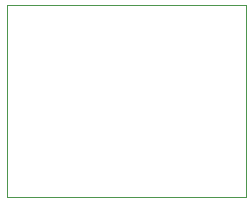
<source format=gbr>
%TF.GenerationSoftware,KiCad,Pcbnew,6.0.11+dfsg-1*%
%TF.CreationDate,2023-08-13T13:31:44-04:00*%
%TF.ProjectId,ButtonDip14,42757474-6f6e-4446-9970-31342e6b6963,rev?*%
%TF.SameCoordinates,Original*%
%TF.FileFunction,Profile,NP*%
%FSLAX46Y46*%
G04 Gerber Fmt 4.6, Leading zero omitted, Abs format (unit mm)*
G04 Created by KiCad (PCBNEW 6.0.11+dfsg-1) date 2023-08-13 13:31:44*
%MOMM*%
%LPD*%
G01*
G04 APERTURE LIST*
%TA.AperFunction,Profile*%
%ADD10C,0.100000*%
%TD*%
G04 APERTURE END LIST*
D10*
X116840000Y-99842000D02*
X137090000Y-99842000D01*
X137090000Y-99842000D02*
X137090000Y-116078000D01*
X137090000Y-116078000D02*
X116840000Y-116078000D01*
X116840000Y-116078000D02*
X116840000Y-99842000D01*
M02*

</source>
